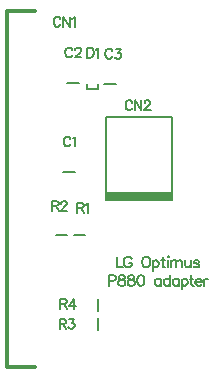
<source format=gto>
%FSLAX25Y25*%
%MOIN*%
G70*
G01*
G75*
G04 Layer_Color=65535*
%ADD10R,0.07874X0.03150*%
%ADD11R,0.03937X0.03740*%
%ADD12R,0.02362X0.03150*%
%ADD13R,0.07874X0.00787*%
%ADD14R,0.03937X0.03543*%
%ADD15R,0.03543X0.03937*%
%ADD16C,0.00800*%
%ADD17C,0.02000*%
%ADD18C,0.02600*%
%ADD19C,0.04000*%
%ADD20C,0.03200*%
%ADD21C,0.01000*%
%ADD22C,0.01181*%
%ADD23C,0.00787*%
%ADD24C,0.00394*%
%ADD25R,0.22047X0.02362*%
D16*
X459830Y308739D02*
Y305540D01*
Y308739D02*
X461201D01*
X461658Y308587D01*
X461810Y308435D01*
X461963Y308130D01*
Y307825D01*
X461810Y307521D01*
X461658Y307368D01*
X461201Y307216D01*
X459830D01*
X460896D02*
X461963Y305540D01*
X464202Y308739D02*
X462679Y306606D01*
X464964D01*
X464202Y308739D02*
Y305540D01*
X468760Y392469D02*
Y389270D01*
Y392469D02*
X469826D01*
X470284Y392317D01*
X470588Y392012D01*
X470741Y391708D01*
X470893Y391250D01*
Y390489D01*
X470741Y390032D01*
X470588Y389727D01*
X470284Y389422D01*
X469826Y389270D01*
X468760D01*
X471609Y391860D02*
X471914Y392012D01*
X472371Y392469D01*
Y389270D01*
X477105Y391378D02*
X476953Y391682D01*
X476648Y391987D01*
X476343Y392139D01*
X475734D01*
X475429Y391987D01*
X475125Y391682D01*
X474972Y391378D01*
X474820Y390920D01*
Y390159D01*
X474972Y389702D01*
X475125Y389397D01*
X475429Y389092D01*
X475734Y388940D01*
X476343D01*
X476648Y389092D01*
X476953Y389397D01*
X477105Y389702D01*
X478309Y392139D02*
X479985D01*
X479071Y390920D01*
X479528D01*
X479832Y390768D01*
X479985Y390616D01*
X480137Y390159D01*
Y389854D01*
X479985Y389397D01*
X479680Y389092D01*
X479223Y388940D01*
X478766D01*
X478309Y389092D01*
X478156Y389245D01*
X478004Y389549D01*
X463185Y362188D02*
X463033Y362492D01*
X462728Y362797D01*
X462424Y362949D01*
X461814D01*
X461509Y362797D01*
X461205Y362492D01*
X461052Y362188D01*
X460900Y361731D01*
Y360969D01*
X461052Y360512D01*
X461205Y360207D01*
X461509Y359902D01*
X461814Y359750D01*
X462424D01*
X462728Y359902D01*
X463033Y360207D01*
X463185Y360512D01*
X464084Y362340D02*
X464389Y362492D01*
X464846Y362949D01*
Y359750D01*
X459855Y402038D02*
X459703Y402342D01*
X459398Y402647D01*
X459094Y402799D01*
X458484D01*
X458179Y402647D01*
X457875Y402342D01*
X457722Y402038D01*
X457570Y401580D01*
Y400819D01*
X457722Y400362D01*
X457875Y400057D01*
X458179Y399752D01*
X458484Y399600D01*
X459094D01*
X459398Y399752D01*
X459703Y400057D01*
X459855Y400362D01*
X460754Y402799D02*
Y399600D01*
Y402799D02*
X462887Y399600D01*
Y402799D02*
Y399600D01*
X463771Y402190D02*
X464075Y402342D01*
X464532Y402799D01*
Y399600D01*
X483815Y374268D02*
X483663Y374572D01*
X483358Y374877D01*
X483053Y375029D01*
X482444D01*
X482139Y374877D01*
X481835Y374572D01*
X481682Y374268D01*
X481530Y373811D01*
Y373049D01*
X481682Y372592D01*
X481835Y372287D01*
X482139Y371982D01*
X482444Y371830D01*
X483053D01*
X483358Y371982D01*
X483663Y372287D01*
X483815Y372592D01*
X484714Y375029D02*
Y371830D01*
Y375029D02*
X486847Y371830D01*
Y375029D02*
Y371830D01*
X487883Y374268D02*
Y374420D01*
X488035Y374725D01*
X488188Y374877D01*
X488492Y375029D01*
X489102D01*
X489406Y374877D01*
X489559Y374725D01*
X489711Y374420D01*
Y374115D01*
X489559Y373811D01*
X489254Y373354D01*
X487731Y371830D01*
X489863D01*
X465500Y340759D02*
Y337560D01*
Y340759D02*
X466871D01*
X467328Y340607D01*
X467481Y340455D01*
X467633Y340150D01*
Y339845D01*
X467481Y339541D01*
X467328Y339388D01*
X466871Y339236D01*
X465500D01*
X466566D02*
X467633Y337560D01*
X468349Y340150D02*
X468654Y340302D01*
X469111Y340759D01*
Y337560D01*
X457130Y341359D02*
Y338160D01*
Y341359D02*
X458501D01*
X458958Y341207D01*
X459110Y341055D01*
X459263Y340750D01*
Y340445D01*
X459110Y340141D01*
X458958Y339988D01*
X458501Y339836D01*
X457130D01*
X458196D02*
X459263Y338160D01*
X460131Y340598D02*
Y340750D01*
X460284Y341055D01*
X460436Y341207D01*
X460741Y341359D01*
X461350D01*
X461655Y341207D01*
X461807Y341055D01*
X461959Y340750D01*
Y340445D01*
X461807Y340141D01*
X461502Y339684D01*
X459979Y338160D01*
X462112D01*
X459630Y302099D02*
Y298900D01*
Y302099D02*
X461001D01*
X461458Y301947D01*
X461611Y301795D01*
X461763Y301490D01*
Y301185D01*
X461611Y300881D01*
X461458Y300728D01*
X461001Y300576D01*
X459630D01*
X460696D02*
X461763Y298900D01*
X462784Y302099D02*
X464459D01*
X463545Y300881D01*
X464002D01*
X464307Y300728D01*
X464459Y300576D01*
X464612Y300119D01*
Y299814D01*
X464459Y299357D01*
X464155Y299052D01*
X463698Y298900D01*
X463241D01*
X462784Y299052D01*
X462631Y299205D01*
X462479Y299509D01*
X463805Y391858D02*
X463653Y392162D01*
X463348Y392467D01*
X463043Y392619D01*
X462434D01*
X462129Y392467D01*
X461825Y392162D01*
X461672Y391858D01*
X461520Y391401D01*
Y390639D01*
X461672Y390182D01*
X461825Y389877D01*
X462129Y389572D01*
X462434Y389420D01*
X463043D01*
X463348Y389572D01*
X463653Y389877D01*
X463805Y390182D01*
X464856Y391858D02*
Y392010D01*
X465009Y392315D01*
X465161Y392467D01*
X465466Y392619D01*
X466075D01*
X466380Y392467D01*
X466532Y392315D01*
X466685Y392010D01*
Y391705D01*
X466532Y391401D01*
X466228Y390944D01*
X464704Y389420D01*
X466837D01*
X478600Y322903D02*
Y319360D01*
X480624D01*
X483543Y322059D02*
X483374Y322396D01*
X483037Y322734D01*
X482699Y322903D01*
X482024D01*
X481687Y322734D01*
X481350Y322396D01*
X481181Y322059D01*
X481012Y321553D01*
Y320709D01*
X481181Y320203D01*
X481350Y319866D01*
X481687Y319529D01*
X482024Y319360D01*
X482699D01*
X483037Y319529D01*
X483374Y319866D01*
X483543Y320203D01*
Y320709D01*
X482699D02*
X483543D01*
X488148Y322903D02*
X487811Y322734D01*
X487473Y322396D01*
X487305Y322059D01*
X487136Y321553D01*
Y320709D01*
X487305Y320203D01*
X487473Y319866D01*
X487811Y319529D01*
X488148Y319360D01*
X488823D01*
X489160Y319529D01*
X489498Y319866D01*
X489666Y320203D01*
X489835Y320709D01*
Y321553D01*
X489666Y322059D01*
X489498Y322396D01*
X489160Y322734D01*
X488823Y322903D01*
X488148D01*
X490661Y321722D02*
Y318179D01*
Y321216D02*
X490999Y321553D01*
X491336Y321722D01*
X491842D01*
X492180Y321553D01*
X492517Y321216D01*
X492686Y320709D01*
Y320372D01*
X492517Y319866D01*
X492180Y319529D01*
X491842Y319360D01*
X491336D01*
X490999Y319529D01*
X490661Y319866D01*
X493951Y322903D02*
Y320035D01*
X494120Y319529D01*
X494457Y319360D01*
X494795D01*
X493445Y321722D02*
X494626D01*
X495638Y322903D02*
X495807Y322734D01*
X495975Y322903D01*
X495807Y323071D01*
X495638Y322903D01*
X495807Y321722D02*
Y319360D01*
X496599Y321722D02*
Y319360D01*
Y321047D02*
X497106Y321553D01*
X497443Y321722D01*
X497949D01*
X498286Y321553D01*
X498455Y321047D01*
Y319360D01*
Y321047D02*
X498961Y321553D01*
X499299Y321722D01*
X499805D01*
X500142Y321553D01*
X500311Y321047D01*
Y319360D01*
X501424Y321722D02*
Y320035D01*
X501593Y319529D01*
X501930Y319360D01*
X502436D01*
X502774Y319529D01*
X503280Y320035D01*
Y321722D02*
Y319360D01*
X506063Y321216D02*
X505895Y321553D01*
X505388Y321722D01*
X504882D01*
X504376Y321553D01*
X504208Y321216D01*
X504376Y320878D01*
X504714Y320709D01*
X505557Y320541D01*
X505895Y320372D01*
X506063Y320035D01*
Y319866D01*
X505895Y319529D01*
X505388Y319360D01*
X504882D01*
X504376Y319529D01*
X504208Y319866D01*
X475910Y314917D02*
X477428D01*
X477934Y315086D01*
X478103Y315254D01*
X478272Y315592D01*
Y316098D01*
X478103Y316435D01*
X477934Y316604D01*
X477428Y316773D01*
X475910D01*
Y313230D01*
X479908Y316773D02*
X479402Y316604D01*
X479233Y316266D01*
Y315929D01*
X479402Y315592D01*
X479739Y315423D01*
X480414Y315254D01*
X480920Y315086D01*
X481258Y314748D01*
X481426Y314411D01*
Y313905D01*
X481258Y313567D01*
X481089Y313399D01*
X480583Y313230D01*
X479908D01*
X479402Y313399D01*
X479233Y313567D01*
X479065Y313905D01*
Y314411D01*
X479233Y314748D01*
X479571Y315086D01*
X480077Y315254D01*
X480752Y315423D01*
X481089Y315592D01*
X481258Y315929D01*
Y316266D01*
X481089Y316604D01*
X480583Y316773D01*
X479908D01*
X483063D02*
X482556Y316604D01*
X482388Y316266D01*
Y315929D01*
X482556Y315592D01*
X482894Y315423D01*
X483569Y315254D01*
X484075Y315086D01*
X484412Y314748D01*
X484581Y314411D01*
Y313905D01*
X484412Y313567D01*
X484243Y313399D01*
X483737Y313230D01*
X483063D01*
X482556Y313399D01*
X482388Y313567D01*
X482219Y313905D01*
Y314411D01*
X482388Y314748D01*
X482725Y315086D01*
X483231Y315254D01*
X483906Y315423D01*
X484243Y315592D01*
X484412Y315929D01*
Y316266D01*
X484243Y316604D01*
X483737Y316773D01*
X483063D01*
X486386D02*
X485880Y316604D01*
X485542Y316098D01*
X485374Y315254D01*
Y314748D01*
X485542Y313905D01*
X485880Y313399D01*
X486386Y313230D01*
X486723D01*
X487229Y313399D01*
X487567Y313905D01*
X487735Y314748D01*
Y315254D01*
X487567Y316098D01*
X487229Y316604D01*
X486723Y316773D01*
X486386D01*
X493336Y315592D02*
Y313230D01*
Y315086D02*
X492999Y315423D01*
X492661Y315592D01*
X492155D01*
X491818Y315423D01*
X491480Y315086D01*
X491312Y314580D01*
Y314242D01*
X491480Y313736D01*
X491818Y313399D01*
X492155Y313230D01*
X492661D01*
X492999Y313399D01*
X493336Y313736D01*
X496305Y316773D02*
Y313230D01*
Y315086D02*
X495968Y315423D01*
X495630Y315592D01*
X495124D01*
X494787Y315423D01*
X494449Y315086D01*
X494281Y314580D01*
Y314242D01*
X494449Y313736D01*
X494787Y313399D01*
X495124Y313230D01*
X495630D01*
X495968Y313399D01*
X496305Y313736D01*
X499274Y315592D02*
Y313230D01*
Y315086D02*
X498937Y315423D01*
X498599Y315592D01*
X498093D01*
X497756Y315423D01*
X497418Y315086D01*
X497250Y314580D01*
Y314242D01*
X497418Y313736D01*
X497756Y313399D01*
X498093Y313230D01*
X498599D01*
X498937Y313399D01*
X499274Y313736D01*
X500219Y315592D02*
Y312049D01*
Y315086D02*
X500556Y315423D01*
X500893Y315592D01*
X501400D01*
X501737Y315423D01*
X502074Y315086D01*
X502243Y314580D01*
Y314242D01*
X502074Y313736D01*
X501737Y313399D01*
X501400Y313230D01*
X500893D01*
X500556Y313399D01*
X500219Y313736D01*
X503508Y316773D02*
Y313905D01*
X503677Y313399D01*
X504014Y313230D01*
X504352D01*
X503002Y315592D02*
X504183D01*
X504858Y314580D02*
X506882D01*
Y314917D01*
X506713Y315254D01*
X506545Y315423D01*
X506207Y315592D01*
X505701D01*
X505364Y315423D01*
X505026Y315086D01*
X504858Y314580D01*
Y314242D01*
X505026Y313736D01*
X505364Y313399D01*
X505701Y313230D01*
X506207D01*
X506545Y313399D01*
X506882Y313736D01*
X507641Y315592D02*
Y313230D01*
Y314580D02*
X507810Y315086D01*
X508147Y315423D01*
X508485Y315592D01*
X508991D01*
D22*
X441988Y286063D02*
Y404961D01*
Y286063D02*
X451437D01*
X441988Y404961D02*
X451437D01*
D23*
X462132Y380700D02*
X466069D01*
X474432Y380600D02*
X478369D01*
X474894Y344256D02*
X496941D01*
X474894D02*
Y369453D01*
X496941D01*
Y344256D02*
Y369453D01*
X474894Y341894D02*
X487098D01*
X474894D02*
Y344650D01*
X487098Y341894D02*
X496941D01*
Y344256D01*
X460732Y351300D02*
X464669D01*
X464231Y330300D02*
X468168D01*
X458231D02*
X462169D01*
X472200Y304731D02*
Y308668D01*
Y298431D02*
Y302368D01*
D24*
X468432Y378737D02*
Y380312D01*
Y378737D02*
X472368D01*
Y380312D01*
Y379131D02*
Y380312D01*
X468432Y379131D02*
X472368D01*
X468825D02*
Y380312D01*
X468432D02*
X468825D01*
X471975Y379131D02*
Y380312D01*
X472368D01*
D25*
X485917Y343075D02*
D03*
M02*

</source>
